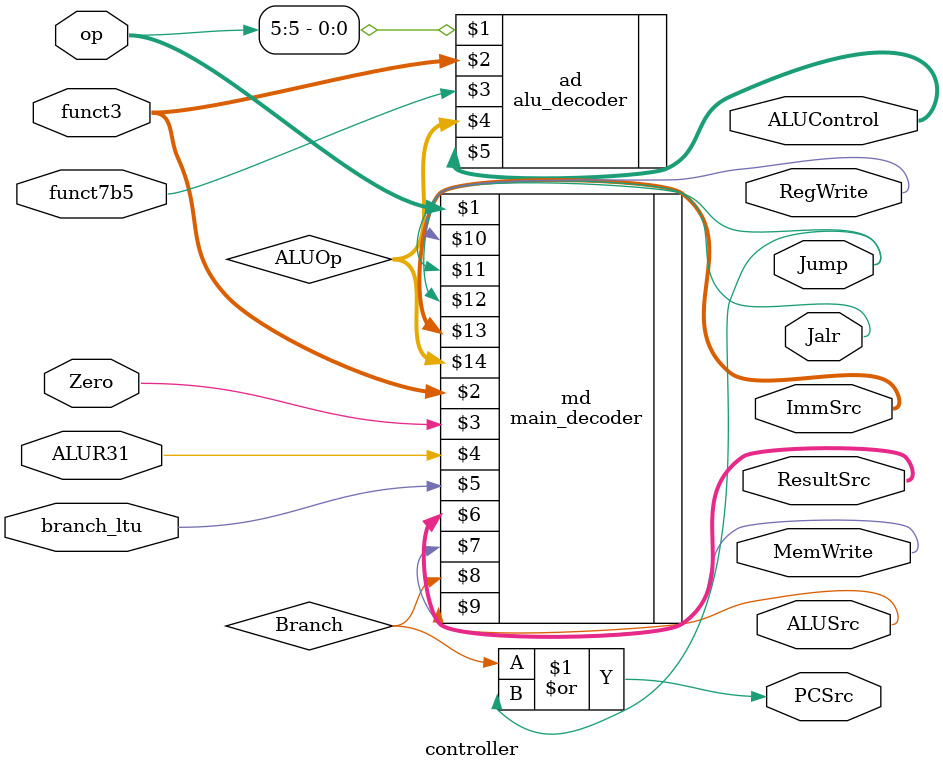
<source format=v>


module controller (
    input [6:0]  op,
    input [2:0]  funct3,
    input        funct7b5,
    input        Zero, ALUR31, branch_ltu,
    output       [1:0] ResultSrc,
    output       MemWrite,
    output       PCSrc, ALUSrc,
    output       RegWrite, Jump, Jalr,
    output [1:0] ImmSrc,
    output [3:0] ALUControl
);

wire [1:0] ALUOp;
wire       Branch;

//selecting lines/ which values to choose for which operation
main_decoder    md (op, funct3, Zero, ALUR31, branch_ltu, ResultSrc, MemWrite, Branch,
                    ALUSrc, RegWrite, Jump, Jalr, ImmSrc, ALUOp);

//which operation to be performed in the alu
alu_decoder     ad (op[5], funct3, funct7b5, ALUOp, ALUControl);

// for jump and branch
assign PCSrc = Branch | Jump;

endmodule


</source>
